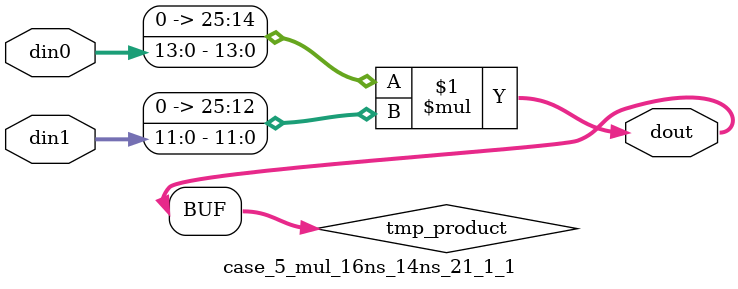
<source format=v>

`timescale 1 ns / 1 ps

 (* use_dsp = "no" *)  module case_5_mul_16ns_14ns_21_1_1(din0, din1, dout);
parameter ID = 1;
parameter NUM_STAGE = 0;
parameter din0_WIDTH = 14;
parameter din1_WIDTH = 12;
parameter dout_WIDTH = 26;

input [din0_WIDTH - 1 : 0] din0; 
input [din1_WIDTH - 1 : 0] din1; 
output [dout_WIDTH - 1 : 0] dout;

wire signed [dout_WIDTH - 1 : 0] tmp_product;
























assign tmp_product = $signed({1'b0, din0}) * $signed({1'b0, din1});











assign dout = tmp_product;





















endmodule

</source>
